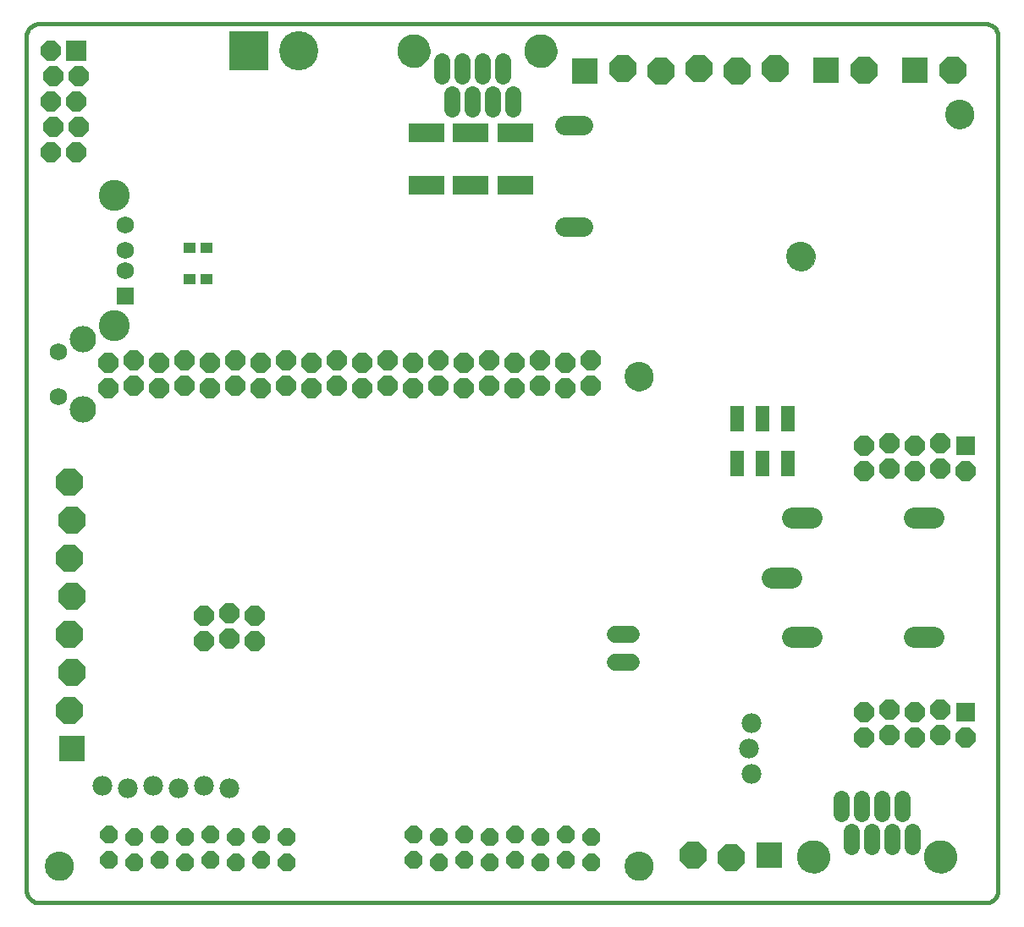
<source format=gbs>
G75*
%MOIN*%
%OFA0B0*%
%FSLAX24Y24*%
%IPPOS*%
%LPD*%
%AMOC8*
5,1,8,0,0,1.08239X$1,22.5*
%
%ADD10C,0.0160*%
%ADD11C,0.0000*%
%ADD12C,0.1142*%
%ADD13C,0.0680*%
%ADD14OC8,0.0780*%
%ADD15C,0.0780*%
%ADD16R,0.1540X0.1540*%
%ADD17C,0.1540*%
%ADD18OC8,0.0700*%
%ADD19C,0.0780*%
%ADD20OC8,0.1040*%
%ADD21R,0.1040X0.1040*%
%ADD22R,0.0780X0.0780*%
%ADD23C,0.0634*%
%ADD24C,0.1300*%
%ADD25C,0.0820*%
%ADD26C,0.0680*%
%ADD27C,0.1040*%
%ADD28OC8,0.0800*%
%ADD29R,0.0800X0.0800*%
%ADD30C,0.1221*%
%ADD31R,0.0690X0.0690*%
%ADD32C,0.0690*%
%ADD33R,0.0473X0.0434*%
%ADD34R,0.1418X0.0741*%
%ADD35R,0.0540X0.1040*%
D10*
X008367Y006725D02*
X008367Y040371D01*
X008369Y040415D01*
X008375Y040458D01*
X008384Y040500D01*
X008397Y040542D01*
X008414Y040582D01*
X008434Y040621D01*
X008457Y040658D01*
X008484Y040692D01*
X008513Y040725D01*
X008546Y040754D01*
X008580Y040781D01*
X008617Y040804D01*
X008656Y040824D01*
X008696Y040841D01*
X008738Y040854D01*
X008780Y040863D01*
X008823Y040869D01*
X008867Y040871D01*
X046135Y040871D01*
X046179Y040869D01*
X046222Y040863D01*
X046264Y040854D01*
X046306Y040841D01*
X046346Y040824D01*
X046385Y040804D01*
X046422Y040781D01*
X046456Y040754D01*
X046489Y040725D01*
X046518Y040692D01*
X046545Y040658D01*
X046568Y040621D01*
X046588Y040582D01*
X046605Y040542D01*
X046618Y040500D01*
X046627Y040458D01*
X046633Y040415D01*
X046635Y040371D01*
X046635Y006725D01*
X046633Y006681D01*
X046627Y006638D01*
X046618Y006596D01*
X046605Y006554D01*
X046588Y006514D01*
X046568Y006475D01*
X046545Y006438D01*
X046518Y006404D01*
X046489Y006371D01*
X046456Y006342D01*
X046422Y006315D01*
X046385Y006292D01*
X046346Y006272D01*
X046306Y006255D01*
X046264Y006242D01*
X046222Y006233D01*
X046179Y006227D01*
X046135Y006225D01*
X008867Y006225D01*
X008823Y006227D01*
X008780Y006233D01*
X008738Y006242D01*
X008696Y006255D01*
X008656Y006272D01*
X008617Y006292D01*
X008580Y006315D01*
X008546Y006342D01*
X008513Y006371D01*
X008484Y006404D01*
X008457Y006438D01*
X008434Y006475D01*
X008414Y006514D01*
X008397Y006554D01*
X008384Y006596D01*
X008375Y006638D01*
X008369Y006681D01*
X008367Y006725D01*
D11*
X009103Y007678D02*
X009105Y007725D01*
X009111Y007771D01*
X009121Y007817D01*
X009134Y007862D01*
X009152Y007905D01*
X009173Y007947D01*
X009197Y007987D01*
X009225Y008024D01*
X009256Y008059D01*
X009290Y008092D01*
X009326Y008121D01*
X009365Y008147D01*
X009406Y008170D01*
X009449Y008189D01*
X009493Y008205D01*
X009538Y008217D01*
X009584Y008225D01*
X009631Y008229D01*
X009677Y008229D01*
X009724Y008225D01*
X009770Y008217D01*
X009815Y008205D01*
X009859Y008189D01*
X009902Y008170D01*
X009943Y008147D01*
X009982Y008121D01*
X010018Y008092D01*
X010052Y008059D01*
X010083Y008024D01*
X010111Y007987D01*
X010135Y007947D01*
X010156Y007905D01*
X010174Y007862D01*
X010187Y007817D01*
X010197Y007771D01*
X010203Y007725D01*
X010205Y007678D01*
X010203Y007631D01*
X010197Y007585D01*
X010187Y007539D01*
X010174Y007494D01*
X010156Y007451D01*
X010135Y007409D01*
X010111Y007369D01*
X010083Y007332D01*
X010052Y007297D01*
X010018Y007264D01*
X009982Y007235D01*
X009943Y007209D01*
X009902Y007186D01*
X009859Y007167D01*
X009815Y007151D01*
X009770Y007139D01*
X009724Y007131D01*
X009677Y007127D01*
X009631Y007127D01*
X009584Y007131D01*
X009538Y007139D01*
X009493Y007151D01*
X009449Y007167D01*
X009406Y007186D01*
X009365Y007209D01*
X009326Y007235D01*
X009290Y007264D01*
X009256Y007297D01*
X009225Y007332D01*
X009197Y007369D01*
X009173Y007409D01*
X009152Y007451D01*
X009134Y007494D01*
X009121Y007539D01*
X009111Y007585D01*
X009105Y007631D01*
X009103Y007678D01*
X031938Y007678D02*
X031940Y007725D01*
X031946Y007771D01*
X031956Y007817D01*
X031969Y007862D01*
X031987Y007905D01*
X032008Y007947D01*
X032032Y007987D01*
X032060Y008024D01*
X032091Y008059D01*
X032125Y008092D01*
X032161Y008121D01*
X032200Y008147D01*
X032241Y008170D01*
X032284Y008189D01*
X032328Y008205D01*
X032373Y008217D01*
X032419Y008225D01*
X032466Y008229D01*
X032512Y008229D01*
X032559Y008225D01*
X032605Y008217D01*
X032650Y008205D01*
X032694Y008189D01*
X032737Y008170D01*
X032778Y008147D01*
X032817Y008121D01*
X032853Y008092D01*
X032887Y008059D01*
X032918Y008024D01*
X032946Y007987D01*
X032970Y007947D01*
X032991Y007905D01*
X033009Y007862D01*
X033022Y007817D01*
X033032Y007771D01*
X033038Y007725D01*
X033040Y007678D01*
X033038Y007631D01*
X033032Y007585D01*
X033022Y007539D01*
X033009Y007494D01*
X032991Y007451D01*
X032970Y007409D01*
X032946Y007369D01*
X032918Y007332D01*
X032887Y007297D01*
X032853Y007264D01*
X032817Y007235D01*
X032778Y007209D01*
X032737Y007186D01*
X032694Y007167D01*
X032650Y007151D01*
X032605Y007139D01*
X032559Y007131D01*
X032512Y007127D01*
X032466Y007127D01*
X032419Y007131D01*
X032373Y007139D01*
X032328Y007151D01*
X032284Y007167D01*
X032241Y007186D01*
X032200Y007209D01*
X032161Y007235D01*
X032125Y007264D01*
X032091Y007297D01*
X032060Y007332D01*
X032032Y007369D01*
X032008Y007409D01*
X031987Y007451D01*
X031969Y007494D01*
X031956Y007539D01*
X031946Y007585D01*
X031940Y007631D01*
X031938Y007678D01*
X038737Y008050D02*
X038739Y008100D01*
X038745Y008150D01*
X038755Y008199D01*
X038769Y008247D01*
X038786Y008294D01*
X038807Y008339D01*
X038832Y008383D01*
X038860Y008424D01*
X038892Y008463D01*
X038926Y008500D01*
X038963Y008534D01*
X039003Y008564D01*
X039045Y008591D01*
X039089Y008615D01*
X039135Y008636D01*
X039182Y008652D01*
X039230Y008665D01*
X039280Y008674D01*
X039329Y008679D01*
X039380Y008680D01*
X039430Y008677D01*
X039479Y008670D01*
X039528Y008659D01*
X039576Y008644D01*
X039622Y008626D01*
X039667Y008604D01*
X039710Y008578D01*
X039751Y008549D01*
X039790Y008517D01*
X039826Y008482D01*
X039858Y008444D01*
X039888Y008404D01*
X039915Y008361D01*
X039938Y008317D01*
X039957Y008271D01*
X039973Y008223D01*
X039985Y008174D01*
X039993Y008125D01*
X039997Y008075D01*
X039997Y008025D01*
X039993Y007975D01*
X039985Y007926D01*
X039973Y007877D01*
X039957Y007829D01*
X039938Y007783D01*
X039915Y007739D01*
X039888Y007696D01*
X039858Y007656D01*
X039826Y007618D01*
X039790Y007583D01*
X039751Y007551D01*
X039710Y007522D01*
X039667Y007496D01*
X039622Y007474D01*
X039576Y007456D01*
X039528Y007441D01*
X039479Y007430D01*
X039430Y007423D01*
X039380Y007420D01*
X039329Y007421D01*
X039280Y007426D01*
X039230Y007435D01*
X039182Y007448D01*
X039135Y007464D01*
X039089Y007485D01*
X039045Y007509D01*
X039003Y007536D01*
X038963Y007566D01*
X038926Y007600D01*
X038892Y007637D01*
X038860Y007676D01*
X038832Y007717D01*
X038807Y007761D01*
X038786Y007806D01*
X038769Y007853D01*
X038755Y007901D01*
X038745Y007950D01*
X038739Y008000D01*
X038737Y008050D01*
X043737Y008050D02*
X043739Y008100D01*
X043745Y008150D01*
X043755Y008199D01*
X043769Y008247D01*
X043786Y008294D01*
X043807Y008339D01*
X043832Y008383D01*
X043860Y008424D01*
X043892Y008463D01*
X043926Y008500D01*
X043963Y008534D01*
X044003Y008564D01*
X044045Y008591D01*
X044089Y008615D01*
X044135Y008636D01*
X044182Y008652D01*
X044230Y008665D01*
X044280Y008674D01*
X044329Y008679D01*
X044380Y008680D01*
X044430Y008677D01*
X044479Y008670D01*
X044528Y008659D01*
X044576Y008644D01*
X044622Y008626D01*
X044667Y008604D01*
X044710Y008578D01*
X044751Y008549D01*
X044790Y008517D01*
X044826Y008482D01*
X044858Y008444D01*
X044888Y008404D01*
X044915Y008361D01*
X044938Y008317D01*
X044957Y008271D01*
X044973Y008223D01*
X044985Y008174D01*
X044993Y008125D01*
X044997Y008075D01*
X044997Y008025D01*
X044993Y007975D01*
X044985Y007926D01*
X044973Y007877D01*
X044957Y007829D01*
X044938Y007783D01*
X044915Y007739D01*
X044888Y007696D01*
X044858Y007656D01*
X044826Y007618D01*
X044790Y007583D01*
X044751Y007551D01*
X044710Y007522D01*
X044667Y007496D01*
X044622Y007474D01*
X044576Y007456D01*
X044528Y007441D01*
X044479Y007430D01*
X044430Y007423D01*
X044380Y007420D01*
X044329Y007421D01*
X044280Y007426D01*
X044230Y007435D01*
X044182Y007448D01*
X044135Y007464D01*
X044089Y007485D01*
X044045Y007509D01*
X044003Y007536D01*
X043963Y007566D01*
X043926Y007600D01*
X043892Y007637D01*
X043860Y007676D01*
X043832Y007717D01*
X043807Y007761D01*
X043786Y007806D01*
X043769Y007853D01*
X043755Y007901D01*
X043745Y007950D01*
X043739Y008000D01*
X043737Y008050D01*
X031938Y026969D02*
X031940Y027016D01*
X031946Y027062D01*
X031956Y027108D01*
X031969Y027153D01*
X031987Y027196D01*
X032008Y027238D01*
X032032Y027278D01*
X032060Y027315D01*
X032091Y027350D01*
X032125Y027383D01*
X032161Y027412D01*
X032200Y027438D01*
X032241Y027461D01*
X032284Y027480D01*
X032328Y027496D01*
X032373Y027508D01*
X032419Y027516D01*
X032466Y027520D01*
X032512Y027520D01*
X032559Y027516D01*
X032605Y027508D01*
X032650Y027496D01*
X032694Y027480D01*
X032737Y027461D01*
X032778Y027438D01*
X032817Y027412D01*
X032853Y027383D01*
X032887Y027350D01*
X032918Y027315D01*
X032946Y027278D01*
X032970Y027238D01*
X032991Y027196D01*
X033009Y027153D01*
X033022Y027108D01*
X033032Y027062D01*
X033038Y027016D01*
X033040Y026969D01*
X033038Y026922D01*
X033032Y026876D01*
X033022Y026830D01*
X033009Y026785D01*
X032991Y026742D01*
X032970Y026700D01*
X032946Y026660D01*
X032918Y026623D01*
X032887Y026588D01*
X032853Y026555D01*
X032817Y026526D01*
X032778Y026500D01*
X032737Y026477D01*
X032694Y026458D01*
X032650Y026442D01*
X032605Y026430D01*
X032559Y026422D01*
X032512Y026418D01*
X032466Y026418D01*
X032419Y026422D01*
X032373Y026430D01*
X032328Y026442D01*
X032284Y026458D01*
X032241Y026477D01*
X032200Y026500D01*
X032161Y026526D01*
X032125Y026555D01*
X032091Y026588D01*
X032060Y026623D01*
X032032Y026660D01*
X032008Y026700D01*
X031987Y026742D01*
X031969Y026785D01*
X031956Y026830D01*
X031946Y026876D01*
X031940Y026922D01*
X031938Y026969D01*
X038316Y031700D02*
X038318Y031747D01*
X038324Y031793D01*
X038334Y031839D01*
X038347Y031884D01*
X038365Y031927D01*
X038386Y031969D01*
X038410Y032009D01*
X038438Y032046D01*
X038469Y032081D01*
X038503Y032114D01*
X038539Y032143D01*
X038578Y032169D01*
X038619Y032192D01*
X038662Y032211D01*
X038706Y032227D01*
X038751Y032239D01*
X038797Y032247D01*
X038844Y032251D01*
X038890Y032251D01*
X038937Y032247D01*
X038983Y032239D01*
X039028Y032227D01*
X039072Y032211D01*
X039115Y032192D01*
X039156Y032169D01*
X039195Y032143D01*
X039231Y032114D01*
X039265Y032081D01*
X039296Y032046D01*
X039324Y032009D01*
X039348Y031969D01*
X039369Y031927D01*
X039387Y031884D01*
X039400Y031839D01*
X039410Y031793D01*
X039416Y031747D01*
X039418Y031700D01*
X039416Y031653D01*
X039410Y031607D01*
X039400Y031561D01*
X039387Y031516D01*
X039369Y031473D01*
X039348Y031431D01*
X039324Y031391D01*
X039296Y031354D01*
X039265Y031319D01*
X039231Y031286D01*
X039195Y031257D01*
X039156Y031231D01*
X039115Y031208D01*
X039072Y031189D01*
X039028Y031173D01*
X038983Y031161D01*
X038937Y031153D01*
X038890Y031149D01*
X038844Y031149D01*
X038797Y031153D01*
X038751Y031161D01*
X038706Y031173D01*
X038662Y031189D01*
X038619Y031208D01*
X038578Y031231D01*
X038539Y031257D01*
X038503Y031286D01*
X038469Y031319D01*
X038438Y031354D01*
X038410Y031391D01*
X038386Y031431D01*
X038365Y031473D01*
X038347Y031516D01*
X038334Y031561D01*
X038324Y031607D01*
X038318Y031653D01*
X038316Y031700D01*
X044566Y037300D02*
X044568Y037347D01*
X044574Y037393D01*
X044584Y037439D01*
X044597Y037484D01*
X044615Y037527D01*
X044636Y037569D01*
X044660Y037609D01*
X044688Y037646D01*
X044719Y037681D01*
X044753Y037714D01*
X044789Y037743D01*
X044828Y037769D01*
X044869Y037792D01*
X044912Y037811D01*
X044956Y037827D01*
X045001Y037839D01*
X045047Y037847D01*
X045094Y037851D01*
X045140Y037851D01*
X045187Y037847D01*
X045233Y037839D01*
X045278Y037827D01*
X045322Y037811D01*
X045365Y037792D01*
X045406Y037769D01*
X045445Y037743D01*
X045481Y037714D01*
X045515Y037681D01*
X045546Y037646D01*
X045574Y037609D01*
X045598Y037569D01*
X045619Y037527D01*
X045637Y037484D01*
X045650Y037439D01*
X045660Y037393D01*
X045666Y037347D01*
X045668Y037300D01*
X045666Y037253D01*
X045660Y037207D01*
X045650Y037161D01*
X045637Y037116D01*
X045619Y037073D01*
X045598Y037031D01*
X045574Y036991D01*
X045546Y036954D01*
X045515Y036919D01*
X045481Y036886D01*
X045445Y036857D01*
X045406Y036831D01*
X045365Y036808D01*
X045322Y036789D01*
X045278Y036773D01*
X045233Y036761D01*
X045187Y036753D01*
X045140Y036749D01*
X045094Y036749D01*
X045047Y036753D01*
X045001Y036761D01*
X044956Y036773D01*
X044912Y036789D01*
X044869Y036808D01*
X044828Y036831D01*
X044789Y036857D01*
X044753Y036886D01*
X044719Y036919D01*
X044688Y036954D01*
X044660Y036991D01*
X044636Y037031D01*
X044615Y037073D01*
X044597Y037116D01*
X044584Y037161D01*
X044574Y037207D01*
X044568Y037253D01*
X044566Y037300D01*
X027987Y039800D02*
X027989Y039850D01*
X027995Y039900D01*
X028005Y039949D01*
X028019Y039997D01*
X028036Y040044D01*
X028057Y040089D01*
X028082Y040133D01*
X028110Y040174D01*
X028142Y040213D01*
X028176Y040250D01*
X028213Y040284D01*
X028253Y040314D01*
X028295Y040341D01*
X028339Y040365D01*
X028385Y040386D01*
X028432Y040402D01*
X028480Y040415D01*
X028530Y040424D01*
X028579Y040429D01*
X028630Y040430D01*
X028680Y040427D01*
X028729Y040420D01*
X028778Y040409D01*
X028826Y040394D01*
X028872Y040376D01*
X028917Y040354D01*
X028960Y040328D01*
X029001Y040299D01*
X029040Y040267D01*
X029076Y040232D01*
X029108Y040194D01*
X029138Y040154D01*
X029165Y040111D01*
X029188Y040067D01*
X029207Y040021D01*
X029223Y039973D01*
X029235Y039924D01*
X029243Y039875D01*
X029247Y039825D01*
X029247Y039775D01*
X029243Y039725D01*
X029235Y039676D01*
X029223Y039627D01*
X029207Y039579D01*
X029188Y039533D01*
X029165Y039489D01*
X029138Y039446D01*
X029108Y039406D01*
X029076Y039368D01*
X029040Y039333D01*
X029001Y039301D01*
X028960Y039272D01*
X028917Y039246D01*
X028872Y039224D01*
X028826Y039206D01*
X028778Y039191D01*
X028729Y039180D01*
X028680Y039173D01*
X028630Y039170D01*
X028579Y039171D01*
X028530Y039176D01*
X028480Y039185D01*
X028432Y039198D01*
X028385Y039214D01*
X028339Y039235D01*
X028295Y039259D01*
X028253Y039286D01*
X028213Y039316D01*
X028176Y039350D01*
X028142Y039387D01*
X028110Y039426D01*
X028082Y039467D01*
X028057Y039511D01*
X028036Y039556D01*
X028019Y039603D01*
X028005Y039651D01*
X027995Y039700D01*
X027989Y039750D01*
X027987Y039800D01*
X022987Y039800D02*
X022989Y039850D01*
X022995Y039900D01*
X023005Y039949D01*
X023019Y039997D01*
X023036Y040044D01*
X023057Y040089D01*
X023082Y040133D01*
X023110Y040174D01*
X023142Y040213D01*
X023176Y040250D01*
X023213Y040284D01*
X023253Y040314D01*
X023295Y040341D01*
X023339Y040365D01*
X023385Y040386D01*
X023432Y040402D01*
X023480Y040415D01*
X023530Y040424D01*
X023579Y040429D01*
X023630Y040430D01*
X023680Y040427D01*
X023729Y040420D01*
X023778Y040409D01*
X023826Y040394D01*
X023872Y040376D01*
X023917Y040354D01*
X023960Y040328D01*
X024001Y040299D01*
X024040Y040267D01*
X024076Y040232D01*
X024108Y040194D01*
X024138Y040154D01*
X024165Y040111D01*
X024188Y040067D01*
X024207Y040021D01*
X024223Y039973D01*
X024235Y039924D01*
X024243Y039875D01*
X024247Y039825D01*
X024247Y039775D01*
X024243Y039725D01*
X024235Y039676D01*
X024223Y039627D01*
X024207Y039579D01*
X024188Y039533D01*
X024165Y039489D01*
X024138Y039446D01*
X024108Y039406D01*
X024076Y039368D01*
X024040Y039333D01*
X024001Y039301D01*
X023960Y039272D01*
X023917Y039246D01*
X023872Y039224D01*
X023826Y039206D01*
X023778Y039191D01*
X023729Y039180D01*
X023680Y039173D01*
X023630Y039170D01*
X023579Y039171D01*
X023530Y039176D01*
X023480Y039185D01*
X023432Y039198D01*
X023385Y039214D01*
X023339Y039235D01*
X023295Y039259D01*
X023253Y039286D01*
X023213Y039316D01*
X023176Y039350D01*
X023142Y039387D01*
X023110Y039426D01*
X023082Y039467D01*
X023057Y039511D01*
X023036Y039556D01*
X023019Y039603D01*
X023005Y039651D01*
X022995Y039700D01*
X022989Y039750D01*
X022987Y039800D01*
D12*
X032489Y026969D03*
X038867Y031700D03*
X045117Y037300D03*
X032489Y007678D03*
X009654Y007678D03*
D13*
X031547Y015700D02*
X032187Y015700D01*
X032187Y016800D02*
X031547Y016800D01*
D14*
X041367Y013750D03*
X041367Y012750D03*
X042367Y012850D03*
X042367Y013850D03*
X043367Y013750D03*
X043367Y012750D03*
X044367Y012850D03*
X044367Y013850D03*
X045367Y012750D03*
X045367Y023250D03*
X044367Y023350D03*
X044367Y024350D03*
X043367Y024250D03*
X042367Y024350D03*
X042367Y023350D03*
X043367Y023250D03*
X041367Y023250D03*
X041367Y024250D03*
X030587Y026618D03*
X029603Y026518D03*
X028587Y026618D03*
X028587Y027618D03*
X027587Y027518D03*
X026587Y027618D03*
X026587Y026618D03*
X025587Y026518D03*
X024587Y026618D03*
X024587Y027618D03*
X023587Y027518D03*
X022587Y027618D03*
X022587Y026618D03*
X021587Y026518D03*
X020587Y026618D03*
X020587Y027618D03*
X019587Y027518D03*
X018587Y027618D03*
X018587Y026618D03*
X017587Y026518D03*
X016587Y026618D03*
X016587Y027618D03*
X017587Y027518D03*
X015587Y027518D03*
X014587Y027618D03*
X014587Y026618D03*
X013587Y026518D03*
X012587Y026618D03*
X012587Y027618D03*
X011587Y027518D03*
X011587Y026518D03*
X013587Y027518D03*
X015587Y026518D03*
X019587Y026518D03*
X021587Y027518D03*
X023587Y026518D03*
X025587Y027518D03*
X027587Y026518D03*
X029587Y027518D03*
X030587Y027618D03*
X017367Y017550D03*
X017367Y016550D03*
X016367Y016650D03*
X016367Y017650D03*
X015367Y017550D03*
X015367Y016550D03*
D15*
X015367Y010850D03*
X016367Y010750D03*
X014367Y010750D03*
X013367Y010850D03*
X012367Y010750D03*
X011367Y010850D03*
X036817Y012300D03*
X036917Y011300D03*
X036917Y013300D03*
D16*
X017117Y039800D03*
D17*
X019085Y039800D03*
D18*
X017617Y008900D03*
X016617Y008800D03*
X016617Y007800D03*
X017617Y007900D03*
X018617Y007800D03*
X018617Y008800D03*
X015617Y008900D03*
X014617Y008800D03*
X014617Y007800D03*
X015617Y007900D03*
X013617Y007900D03*
X012617Y007800D03*
X012617Y008800D03*
X013617Y008900D03*
X011617Y008900D03*
X011617Y007900D03*
X023617Y007900D03*
X024617Y007800D03*
X024617Y008800D03*
X025617Y008900D03*
X026617Y008800D03*
X026617Y007800D03*
X027617Y007900D03*
X028617Y007800D03*
X028617Y008800D03*
X029617Y008900D03*
X030617Y008800D03*
X030617Y007800D03*
X029617Y007900D03*
X027617Y008900D03*
X025617Y007900D03*
X023617Y008900D03*
D19*
X029566Y032869D02*
X030306Y032869D01*
X030306Y036869D02*
X029566Y036869D01*
D20*
X031867Y039100D03*
X033367Y039000D03*
X034867Y039100D03*
X036367Y039000D03*
X037867Y039100D03*
X041367Y039050D03*
X044867Y039050D03*
X036117Y008000D03*
X034617Y008100D03*
X010067Y013800D03*
X010167Y015300D03*
X010067Y016800D03*
X010167Y018300D03*
X010067Y019800D03*
X010167Y021300D03*
X010067Y022800D03*
D21*
X010167Y012300D03*
X037617Y008100D03*
X039867Y039050D03*
X043367Y039050D03*
X030367Y039000D03*
D22*
X045367Y024250D03*
X045367Y013750D03*
D23*
X042867Y010344D02*
X042867Y009750D01*
X042067Y009750D02*
X042067Y010344D01*
X041267Y010344D02*
X041267Y009750D01*
X040467Y009750D02*
X040467Y010344D01*
X040867Y009050D02*
X040867Y008456D01*
X041667Y008456D02*
X041667Y009050D01*
X042467Y009050D02*
X042467Y008456D01*
X043267Y008456D02*
X043267Y009050D01*
X027517Y037506D02*
X027517Y038100D01*
X026717Y038100D02*
X026717Y037506D01*
X025917Y037506D02*
X025917Y038100D01*
X025117Y038100D02*
X025117Y037506D01*
X025517Y038800D02*
X025517Y039394D01*
X026317Y039394D02*
X026317Y038800D01*
X027117Y038800D02*
X027117Y039394D01*
X024717Y039394D02*
X024717Y038800D01*
D24*
X023617Y039800D03*
X028617Y039800D03*
X039367Y008050D03*
X044367Y008050D03*
D25*
X044107Y016700D02*
X043327Y016700D01*
X039307Y016700D02*
X038527Y016700D01*
X038507Y019050D02*
X037727Y019050D01*
X038527Y021400D02*
X039307Y021400D01*
X043327Y021400D02*
X044107Y021400D01*
D26*
X009627Y026160D03*
X009627Y027940D03*
D27*
X010607Y028430D03*
X010607Y025670D03*
D28*
X010317Y035800D03*
X009317Y035800D03*
X009417Y036800D03*
X010417Y036800D03*
X010317Y037800D03*
X009317Y037800D03*
X009417Y038800D03*
X010417Y038800D03*
X009317Y039800D03*
D29*
X010317Y039800D03*
D30*
X011817Y034109D03*
X011817Y028991D03*
D31*
X012267Y030150D03*
D32*
X012267Y031150D03*
X012267Y031950D03*
X012267Y032950D03*
D33*
X014782Y032050D03*
X015452Y032050D03*
X015452Y030800D03*
X014782Y030800D03*
D34*
X024117Y034520D03*
X025867Y034520D03*
X027617Y034520D03*
X027617Y036580D03*
X025867Y036580D03*
X024117Y036580D03*
D35*
X036367Y025300D03*
X037367Y025300D03*
X038367Y025300D03*
X038367Y023550D03*
X037367Y023550D03*
X036367Y023550D03*
M02*

</source>
